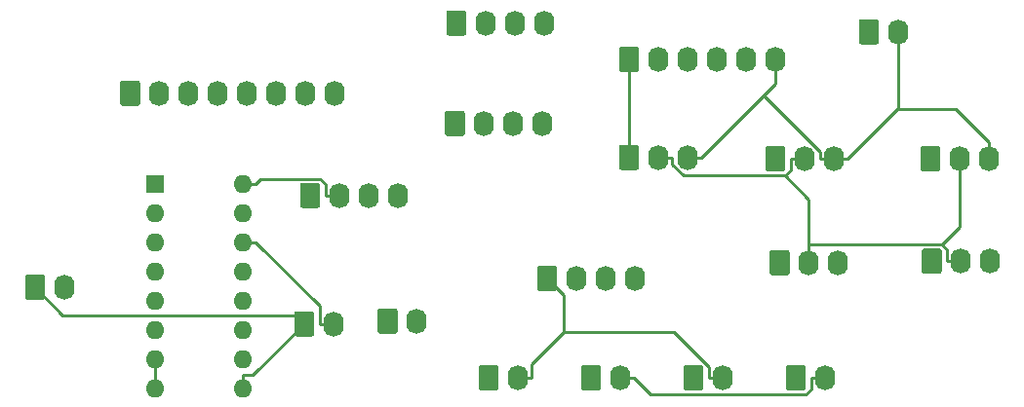
<source format=gbr>
G04 #@! TF.GenerationSoftware,KiCad,Pcbnew,(5.1.5-0-10_14)*
G04 #@! TF.CreationDate,2021-04-18T15:44:56+10:00*
G04 #@! TF.ProjectId,OH - Right Console - Output Distribution,4f48202d-2052-4696-9768-7420436f6e73,rev?*
G04 #@! TF.SameCoordinates,Original*
G04 #@! TF.FileFunction,Copper,L1,Top*
G04 #@! TF.FilePolarity,Positive*
%FSLAX46Y46*%
G04 Gerber Fmt 4.6, Leading zero omitted, Abs format (unit mm)*
G04 Created by KiCad (PCBNEW (5.1.5-0-10_14)) date 2021-04-18 15:44:56*
%MOMM*%
%LPD*%
G04 APERTURE LIST*
%ADD10O,1.740000X2.200000*%
%ADD11C,0.100000*%
%ADD12O,1.600000X1.600000*%
%ADD13R,1.600000X1.600000*%
%ADD14C,0.250000*%
G04 APERTURE END LIST*
D10*
X213360000Y-106553000D03*
X210820000Y-106553000D03*
X208280000Y-106553000D03*
G04 #@! TA.AperFunction,ComponentPad*
D11*
G36*
X206384505Y-105454204D02*
G01*
X206408773Y-105457804D01*
X206432572Y-105463765D01*
X206455671Y-105472030D01*
X206477850Y-105482520D01*
X206498893Y-105495132D01*
X206518599Y-105509747D01*
X206536777Y-105526223D01*
X206553253Y-105544401D01*
X206567868Y-105564107D01*
X206580480Y-105585150D01*
X206590970Y-105607329D01*
X206599235Y-105630428D01*
X206605196Y-105654227D01*
X206608796Y-105678495D01*
X206610000Y-105702999D01*
X206610000Y-107403001D01*
X206608796Y-107427505D01*
X206605196Y-107451773D01*
X206599235Y-107475572D01*
X206590970Y-107498671D01*
X206580480Y-107520850D01*
X206567868Y-107541893D01*
X206553253Y-107561599D01*
X206536777Y-107579777D01*
X206518599Y-107596253D01*
X206498893Y-107610868D01*
X206477850Y-107623480D01*
X206455671Y-107633970D01*
X206432572Y-107642235D01*
X206408773Y-107648196D01*
X206384505Y-107651796D01*
X206360001Y-107653000D01*
X205119999Y-107653000D01*
X205095495Y-107651796D01*
X205071227Y-107648196D01*
X205047428Y-107642235D01*
X205024329Y-107633970D01*
X205002150Y-107623480D01*
X204981107Y-107610868D01*
X204961401Y-107596253D01*
X204943223Y-107579777D01*
X204926747Y-107561599D01*
X204912132Y-107541893D01*
X204899520Y-107520850D01*
X204889030Y-107498671D01*
X204880765Y-107475572D01*
X204874804Y-107451773D01*
X204871204Y-107427505D01*
X204870000Y-107403001D01*
X204870000Y-105702999D01*
X204871204Y-105678495D01*
X204874804Y-105654227D01*
X204880765Y-105630428D01*
X204889030Y-105607329D01*
X204899520Y-105585150D01*
X204912132Y-105564107D01*
X204926747Y-105544401D01*
X204943223Y-105526223D01*
X204961401Y-105509747D01*
X204981107Y-105495132D01*
X205002150Y-105482520D01*
X205024329Y-105472030D01*
X205047428Y-105463765D01*
X205071227Y-105457804D01*
X205095495Y-105454204D01*
X205119999Y-105453000D01*
X206360001Y-105453000D01*
X206384505Y-105454204D01*
G37*
G04 #@! TD.AperFunction*
D10*
X212090000Y-115189000D03*
G04 #@! TA.AperFunction,ComponentPad*
D11*
G36*
X210194505Y-114090204D02*
G01*
X210218773Y-114093804D01*
X210242572Y-114099765D01*
X210265671Y-114108030D01*
X210287850Y-114118520D01*
X210308893Y-114131132D01*
X210328599Y-114145747D01*
X210346777Y-114162223D01*
X210363253Y-114180401D01*
X210377868Y-114200107D01*
X210390480Y-114221150D01*
X210400970Y-114243329D01*
X210409235Y-114266428D01*
X210415196Y-114290227D01*
X210418796Y-114314495D01*
X210420000Y-114338999D01*
X210420000Y-116039001D01*
X210418796Y-116063505D01*
X210415196Y-116087773D01*
X210409235Y-116111572D01*
X210400970Y-116134671D01*
X210390480Y-116156850D01*
X210377868Y-116177893D01*
X210363253Y-116197599D01*
X210346777Y-116215777D01*
X210328599Y-116232253D01*
X210308893Y-116246868D01*
X210287850Y-116259480D01*
X210265671Y-116269970D01*
X210242572Y-116278235D01*
X210218773Y-116284196D01*
X210194505Y-116287796D01*
X210170001Y-116289000D01*
X208929999Y-116289000D01*
X208905495Y-116287796D01*
X208881227Y-116284196D01*
X208857428Y-116278235D01*
X208834329Y-116269970D01*
X208812150Y-116259480D01*
X208791107Y-116246868D01*
X208771401Y-116232253D01*
X208753223Y-116215777D01*
X208736747Y-116197599D01*
X208722132Y-116177893D01*
X208709520Y-116156850D01*
X208699030Y-116134671D01*
X208690765Y-116111572D01*
X208684804Y-116087773D01*
X208681204Y-116063505D01*
X208680000Y-116039001D01*
X208680000Y-114338999D01*
X208681204Y-114314495D01*
X208684804Y-114290227D01*
X208690765Y-114266428D01*
X208699030Y-114243329D01*
X208709520Y-114221150D01*
X208722132Y-114200107D01*
X208736747Y-114180401D01*
X208753223Y-114162223D01*
X208771401Y-114145747D01*
X208791107Y-114131132D01*
X208812150Y-114118520D01*
X208834329Y-114108030D01*
X208857428Y-114099765D01*
X208881227Y-114093804D01*
X208905495Y-114090204D01*
X208929999Y-114089000D01*
X210170001Y-114089000D01*
X210194505Y-114090204D01*
G37*
G04 #@! TD.AperFunction*
D10*
X229870000Y-115189000D03*
G04 #@! TA.AperFunction,ComponentPad*
D11*
G36*
X227974505Y-114090204D02*
G01*
X227998773Y-114093804D01*
X228022572Y-114099765D01*
X228045671Y-114108030D01*
X228067850Y-114118520D01*
X228088893Y-114131132D01*
X228108599Y-114145747D01*
X228126777Y-114162223D01*
X228143253Y-114180401D01*
X228157868Y-114200107D01*
X228170480Y-114221150D01*
X228180970Y-114243329D01*
X228189235Y-114266428D01*
X228195196Y-114290227D01*
X228198796Y-114314495D01*
X228200000Y-114338999D01*
X228200000Y-116039001D01*
X228198796Y-116063505D01*
X228195196Y-116087773D01*
X228189235Y-116111572D01*
X228180970Y-116134671D01*
X228170480Y-116156850D01*
X228157868Y-116177893D01*
X228143253Y-116197599D01*
X228126777Y-116215777D01*
X228108599Y-116232253D01*
X228088893Y-116246868D01*
X228067850Y-116259480D01*
X228045671Y-116269970D01*
X228022572Y-116278235D01*
X227998773Y-116284196D01*
X227974505Y-116287796D01*
X227950001Y-116289000D01*
X226709999Y-116289000D01*
X226685495Y-116287796D01*
X226661227Y-116284196D01*
X226637428Y-116278235D01*
X226614329Y-116269970D01*
X226592150Y-116259480D01*
X226571107Y-116246868D01*
X226551401Y-116232253D01*
X226533223Y-116215777D01*
X226516747Y-116197599D01*
X226502132Y-116177893D01*
X226489520Y-116156850D01*
X226479030Y-116134671D01*
X226470765Y-116111572D01*
X226464804Y-116087773D01*
X226461204Y-116063505D01*
X226460000Y-116039001D01*
X226460000Y-114338999D01*
X226461204Y-114314495D01*
X226464804Y-114290227D01*
X226470765Y-114266428D01*
X226479030Y-114243329D01*
X226489520Y-114221150D01*
X226502132Y-114200107D01*
X226516747Y-114180401D01*
X226533223Y-114162223D01*
X226551401Y-114145747D01*
X226571107Y-114131132D01*
X226592150Y-114118520D01*
X226614329Y-114108030D01*
X226637428Y-114099765D01*
X226661227Y-114093804D01*
X226685495Y-114090204D01*
X226709999Y-114089000D01*
X227950001Y-114089000D01*
X227974505Y-114090204D01*
G37*
G04 #@! TD.AperFunction*
D10*
X203200000Y-115189000D03*
G04 #@! TA.AperFunction,ComponentPad*
D11*
G36*
X201304505Y-114090204D02*
G01*
X201328773Y-114093804D01*
X201352572Y-114099765D01*
X201375671Y-114108030D01*
X201397850Y-114118520D01*
X201418893Y-114131132D01*
X201438599Y-114145747D01*
X201456777Y-114162223D01*
X201473253Y-114180401D01*
X201487868Y-114200107D01*
X201500480Y-114221150D01*
X201510970Y-114243329D01*
X201519235Y-114266428D01*
X201525196Y-114290227D01*
X201528796Y-114314495D01*
X201530000Y-114338999D01*
X201530000Y-116039001D01*
X201528796Y-116063505D01*
X201525196Y-116087773D01*
X201519235Y-116111572D01*
X201510970Y-116134671D01*
X201500480Y-116156850D01*
X201487868Y-116177893D01*
X201473253Y-116197599D01*
X201456777Y-116215777D01*
X201438599Y-116232253D01*
X201418893Y-116246868D01*
X201397850Y-116259480D01*
X201375671Y-116269970D01*
X201352572Y-116278235D01*
X201328773Y-116284196D01*
X201304505Y-116287796D01*
X201280001Y-116289000D01*
X200039999Y-116289000D01*
X200015495Y-116287796D01*
X199991227Y-116284196D01*
X199967428Y-116278235D01*
X199944329Y-116269970D01*
X199922150Y-116259480D01*
X199901107Y-116246868D01*
X199881401Y-116232253D01*
X199863223Y-116215777D01*
X199846747Y-116197599D01*
X199832132Y-116177893D01*
X199819520Y-116156850D01*
X199809030Y-116134671D01*
X199800765Y-116111572D01*
X199794804Y-116087773D01*
X199791204Y-116063505D01*
X199790000Y-116039001D01*
X199790000Y-114338999D01*
X199791204Y-114314495D01*
X199794804Y-114290227D01*
X199800765Y-114266428D01*
X199809030Y-114243329D01*
X199819520Y-114221150D01*
X199832132Y-114200107D01*
X199846747Y-114180401D01*
X199863223Y-114162223D01*
X199881401Y-114145747D01*
X199901107Y-114131132D01*
X199922150Y-114118520D01*
X199944329Y-114108030D01*
X199967428Y-114099765D01*
X199991227Y-114093804D01*
X200015495Y-114090204D01*
X200039999Y-114089000D01*
X201280001Y-114089000D01*
X201304505Y-114090204D01*
G37*
G04 #@! TD.AperFunction*
D10*
X220980000Y-115189000D03*
G04 #@! TA.AperFunction,ComponentPad*
D11*
G36*
X219084505Y-114090204D02*
G01*
X219108773Y-114093804D01*
X219132572Y-114099765D01*
X219155671Y-114108030D01*
X219177850Y-114118520D01*
X219198893Y-114131132D01*
X219218599Y-114145747D01*
X219236777Y-114162223D01*
X219253253Y-114180401D01*
X219267868Y-114200107D01*
X219280480Y-114221150D01*
X219290970Y-114243329D01*
X219299235Y-114266428D01*
X219305196Y-114290227D01*
X219308796Y-114314495D01*
X219310000Y-114338999D01*
X219310000Y-116039001D01*
X219308796Y-116063505D01*
X219305196Y-116087773D01*
X219299235Y-116111572D01*
X219290970Y-116134671D01*
X219280480Y-116156850D01*
X219267868Y-116177893D01*
X219253253Y-116197599D01*
X219236777Y-116215777D01*
X219218599Y-116232253D01*
X219198893Y-116246868D01*
X219177850Y-116259480D01*
X219155671Y-116269970D01*
X219132572Y-116278235D01*
X219108773Y-116284196D01*
X219084505Y-116287796D01*
X219060001Y-116289000D01*
X217819999Y-116289000D01*
X217795495Y-116287796D01*
X217771227Y-116284196D01*
X217747428Y-116278235D01*
X217724329Y-116269970D01*
X217702150Y-116259480D01*
X217681107Y-116246868D01*
X217661401Y-116232253D01*
X217643223Y-116215777D01*
X217626747Y-116197599D01*
X217612132Y-116177893D01*
X217599520Y-116156850D01*
X217589030Y-116134671D01*
X217580765Y-116111572D01*
X217574804Y-116087773D01*
X217571204Y-116063505D01*
X217570000Y-116039001D01*
X217570000Y-114338999D01*
X217571204Y-114314495D01*
X217574804Y-114290227D01*
X217580765Y-114266428D01*
X217589030Y-114243329D01*
X217599520Y-114221150D01*
X217612132Y-114200107D01*
X217626747Y-114180401D01*
X217643223Y-114162223D01*
X217661401Y-114145747D01*
X217681107Y-114131132D01*
X217702150Y-114118520D01*
X217724329Y-114108030D01*
X217747428Y-114099765D01*
X217771227Y-114093804D01*
X217795495Y-114090204D01*
X217819999Y-114089000D01*
X219060001Y-114089000D01*
X219084505Y-114090204D01*
G37*
G04 #@! TD.AperFunction*
D10*
X225552000Y-87503000D03*
X223012000Y-87503000D03*
X220472000Y-87503000D03*
X217932000Y-87503000D03*
X215392000Y-87503000D03*
G04 #@! TA.AperFunction,ComponentPad*
D11*
G36*
X213496505Y-86404204D02*
G01*
X213520773Y-86407804D01*
X213544572Y-86413765D01*
X213567671Y-86422030D01*
X213589850Y-86432520D01*
X213610893Y-86445132D01*
X213630599Y-86459747D01*
X213648777Y-86476223D01*
X213665253Y-86494401D01*
X213679868Y-86514107D01*
X213692480Y-86535150D01*
X213702970Y-86557329D01*
X213711235Y-86580428D01*
X213717196Y-86604227D01*
X213720796Y-86628495D01*
X213722000Y-86652999D01*
X213722000Y-88353001D01*
X213720796Y-88377505D01*
X213717196Y-88401773D01*
X213711235Y-88425572D01*
X213702970Y-88448671D01*
X213692480Y-88470850D01*
X213679868Y-88491893D01*
X213665253Y-88511599D01*
X213648777Y-88529777D01*
X213630599Y-88546253D01*
X213610893Y-88560868D01*
X213589850Y-88573480D01*
X213567671Y-88583970D01*
X213544572Y-88592235D01*
X213520773Y-88598196D01*
X213496505Y-88601796D01*
X213472001Y-88603000D01*
X212231999Y-88603000D01*
X212207495Y-88601796D01*
X212183227Y-88598196D01*
X212159428Y-88592235D01*
X212136329Y-88583970D01*
X212114150Y-88573480D01*
X212093107Y-88560868D01*
X212073401Y-88546253D01*
X212055223Y-88529777D01*
X212038747Y-88511599D01*
X212024132Y-88491893D01*
X212011520Y-88470850D01*
X212001030Y-88448671D01*
X211992765Y-88425572D01*
X211986804Y-88401773D01*
X211983204Y-88377505D01*
X211982000Y-88353001D01*
X211982000Y-86652999D01*
X211983204Y-86628495D01*
X211986804Y-86604227D01*
X211992765Y-86580428D01*
X212001030Y-86557329D01*
X212011520Y-86535150D01*
X212024132Y-86514107D01*
X212038747Y-86494401D01*
X212055223Y-86476223D01*
X212073401Y-86459747D01*
X212093107Y-86445132D01*
X212114150Y-86432520D01*
X212136329Y-86422030D01*
X212159428Y-86413765D01*
X212183227Y-86407804D01*
X212207495Y-86404204D01*
X212231999Y-86403000D01*
X213472001Y-86403000D01*
X213496505Y-86404204D01*
G37*
G04 #@! TD.AperFunction*
D10*
X236220000Y-85090000D03*
G04 #@! TA.AperFunction,ComponentPad*
D11*
G36*
X234324505Y-83991204D02*
G01*
X234348773Y-83994804D01*
X234372572Y-84000765D01*
X234395671Y-84009030D01*
X234417850Y-84019520D01*
X234438893Y-84032132D01*
X234458599Y-84046747D01*
X234476777Y-84063223D01*
X234493253Y-84081401D01*
X234507868Y-84101107D01*
X234520480Y-84122150D01*
X234530970Y-84144329D01*
X234539235Y-84167428D01*
X234545196Y-84191227D01*
X234548796Y-84215495D01*
X234550000Y-84239999D01*
X234550000Y-85940001D01*
X234548796Y-85964505D01*
X234545196Y-85988773D01*
X234539235Y-86012572D01*
X234530970Y-86035671D01*
X234520480Y-86057850D01*
X234507868Y-86078893D01*
X234493253Y-86098599D01*
X234476777Y-86116777D01*
X234458599Y-86133253D01*
X234438893Y-86147868D01*
X234417850Y-86160480D01*
X234395671Y-86170970D01*
X234372572Y-86179235D01*
X234348773Y-86185196D01*
X234324505Y-86188796D01*
X234300001Y-86190000D01*
X233059999Y-86190000D01*
X233035495Y-86188796D01*
X233011227Y-86185196D01*
X232987428Y-86179235D01*
X232964329Y-86170970D01*
X232942150Y-86160480D01*
X232921107Y-86147868D01*
X232901401Y-86133253D01*
X232883223Y-86116777D01*
X232866747Y-86098599D01*
X232852132Y-86078893D01*
X232839520Y-86057850D01*
X232829030Y-86035671D01*
X232820765Y-86012572D01*
X232814804Y-85988773D01*
X232811204Y-85964505D01*
X232810000Y-85940001D01*
X232810000Y-84239999D01*
X232811204Y-84215495D01*
X232814804Y-84191227D01*
X232820765Y-84167428D01*
X232829030Y-84144329D01*
X232839520Y-84122150D01*
X232852132Y-84101107D01*
X232866747Y-84081401D01*
X232883223Y-84063223D01*
X232901401Y-84046747D01*
X232921107Y-84032132D01*
X232942150Y-84019520D01*
X232964329Y-84009030D01*
X232987428Y-84000765D01*
X233011227Y-83994804D01*
X233035495Y-83991204D01*
X233059999Y-83990000D01*
X234300001Y-83990000D01*
X234324505Y-83991204D01*
G37*
G04 #@! TD.AperFunction*
D10*
X217932000Y-96012000D03*
X215392000Y-96012000D03*
G04 #@! TA.AperFunction,ComponentPad*
D11*
G36*
X213496505Y-94913204D02*
G01*
X213520773Y-94916804D01*
X213544572Y-94922765D01*
X213567671Y-94931030D01*
X213589850Y-94941520D01*
X213610893Y-94954132D01*
X213630599Y-94968747D01*
X213648777Y-94985223D01*
X213665253Y-95003401D01*
X213679868Y-95023107D01*
X213692480Y-95044150D01*
X213702970Y-95066329D01*
X213711235Y-95089428D01*
X213717196Y-95113227D01*
X213720796Y-95137495D01*
X213722000Y-95161999D01*
X213722000Y-96862001D01*
X213720796Y-96886505D01*
X213717196Y-96910773D01*
X213711235Y-96934572D01*
X213702970Y-96957671D01*
X213692480Y-96979850D01*
X213679868Y-97000893D01*
X213665253Y-97020599D01*
X213648777Y-97038777D01*
X213630599Y-97055253D01*
X213610893Y-97069868D01*
X213589850Y-97082480D01*
X213567671Y-97092970D01*
X213544572Y-97101235D01*
X213520773Y-97107196D01*
X213496505Y-97110796D01*
X213472001Y-97112000D01*
X212231999Y-97112000D01*
X212207495Y-97110796D01*
X212183227Y-97107196D01*
X212159428Y-97101235D01*
X212136329Y-97092970D01*
X212114150Y-97082480D01*
X212093107Y-97069868D01*
X212073401Y-97055253D01*
X212055223Y-97038777D01*
X212038747Y-97020599D01*
X212024132Y-97000893D01*
X212011520Y-96979850D01*
X212001030Y-96957671D01*
X211992765Y-96934572D01*
X211986804Y-96910773D01*
X211983204Y-96886505D01*
X211982000Y-96862001D01*
X211982000Y-95161999D01*
X211983204Y-95137495D01*
X211986804Y-95113227D01*
X211992765Y-95089428D01*
X212001030Y-95066329D01*
X212011520Y-95044150D01*
X212024132Y-95023107D01*
X212038747Y-95003401D01*
X212055223Y-94985223D01*
X212073401Y-94968747D01*
X212093107Y-94954132D01*
X212114150Y-94941520D01*
X212136329Y-94931030D01*
X212159428Y-94922765D01*
X212183227Y-94916804D01*
X212207495Y-94913204D01*
X212231999Y-94912000D01*
X213472001Y-94912000D01*
X213496505Y-94913204D01*
G37*
G04 #@! TD.AperFunction*
D10*
X205359000Y-93048700D03*
X202819000Y-93048700D03*
X200279000Y-93048700D03*
G04 #@! TA.AperFunction,ComponentPad*
D11*
G36*
X198383505Y-91949904D02*
G01*
X198407773Y-91953504D01*
X198431572Y-91959465D01*
X198454671Y-91967730D01*
X198476850Y-91978220D01*
X198497893Y-91990832D01*
X198517599Y-92005447D01*
X198535777Y-92021923D01*
X198552253Y-92040101D01*
X198566868Y-92059807D01*
X198579480Y-92080850D01*
X198589970Y-92103029D01*
X198598235Y-92126128D01*
X198604196Y-92149927D01*
X198607796Y-92174195D01*
X198609000Y-92198699D01*
X198609000Y-93898701D01*
X198607796Y-93923205D01*
X198604196Y-93947473D01*
X198598235Y-93971272D01*
X198589970Y-93994371D01*
X198579480Y-94016550D01*
X198566868Y-94037593D01*
X198552253Y-94057299D01*
X198535777Y-94075477D01*
X198517599Y-94091953D01*
X198497893Y-94106568D01*
X198476850Y-94119180D01*
X198454671Y-94129670D01*
X198431572Y-94137935D01*
X198407773Y-94143896D01*
X198383505Y-94147496D01*
X198359001Y-94148700D01*
X197118999Y-94148700D01*
X197094495Y-94147496D01*
X197070227Y-94143896D01*
X197046428Y-94137935D01*
X197023329Y-94129670D01*
X197001150Y-94119180D01*
X196980107Y-94106568D01*
X196960401Y-94091953D01*
X196942223Y-94075477D01*
X196925747Y-94057299D01*
X196911132Y-94037593D01*
X196898520Y-94016550D01*
X196888030Y-93994371D01*
X196879765Y-93971272D01*
X196873804Y-93947473D01*
X196870204Y-93923205D01*
X196869000Y-93898701D01*
X196869000Y-92198699D01*
X196870204Y-92174195D01*
X196873804Y-92149927D01*
X196879765Y-92126128D01*
X196888030Y-92103029D01*
X196898520Y-92080850D01*
X196911132Y-92059807D01*
X196925747Y-92040101D01*
X196942223Y-92021923D01*
X196960401Y-92005447D01*
X196980107Y-91990832D01*
X197001150Y-91978220D01*
X197023329Y-91967730D01*
X197046428Y-91959465D01*
X197070227Y-91953504D01*
X197094495Y-91949904D01*
X197118999Y-91948700D01*
X198359001Y-91948700D01*
X198383505Y-91949904D01*
G37*
G04 #@! TD.AperFunction*
D10*
X231013000Y-105156000D03*
X228473000Y-105156000D03*
G04 #@! TA.AperFunction,ComponentPad*
D11*
G36*
X226577505Y-104057204D02*
G01*
X226601773Y-104060804D01*
X226625572Y-104066765D01*
X226648671Y-104075030D01*
X226670850Y-104085520D01*
X226691893Y-104098132D01*
X226711599Y-104112747D01*
X226729777Y-104129223D01*
X226746253Y-104147401D01*
X226760868Y-104167107D01*
X226773480Y-104188150D01*
X226783970Y-104210329D01*
X226792235Y-104233428D01*
X226798196Y-104257227D01*
X226801796Y-104281495D01*
X226803000Y-104305999D01*
X226803000Y-106006001D01*
X226801796Y-106030505D01*
X226798196Y-106054773D01*
X226792235Y-106078572D01*
X226783970Y-106101671D01*
X226773480Y-106123850D01*
X226760868Y-106144893D01*
X226746253Y-106164599D01*
X226729777Y-106182777D01*
X226711599Y-106199253D01*
X226691893Y-106213868D01*
X226670850Y-106226480D01*
X226648671Y-106236970D01*
X226625572Y-106245235D01*
X226601773Y-106251196D01*
X226577505Y-106254796D01*
X226553001Y-106256000D01*
X225312999Y-106256000D01*
X225288495Y-106254796D01*
X225264227Y-106251196D01*
X225240428Y-106245235D01*
X225217329Y-106236970D01*
X225195150Y-106226480D01*
X225174107Y-106213868D01*
X225154401Y-106199253D01*
X225136223Y-106182777D01*
X225119747Y-106164599D01*
X225105132Y-106144893D01*
X225092520Y-106123850D01*
X225082030Y-106101671D01*
X225073765Y-106078572D01*
X225067804Y-106054773D01*
X225064204Y-106030505D01*
X225063000Y-106006001D01*
X225063000Y-104305999D01*
X225064204Y-104281495D01*
X225067804Y-104257227D01*
X225073765Y-104233428D01*
X225082030Y-104210329D01*
X225092520Y-104188150D01*
X225105132Y-104167107D01*
X225119747Y-104147401D01*
X225136223Y-104129223D01*
X225154401Y-104112747D01*
X225174107Y-104098132D01*
X225195150Y-104085520D01*
X225217329Y-104075030D01*
X225240428Y-104066765D01*
X225264227Y-104060804D01*
X225288495Y-104057204D01*
X225312999Y-104056000D01*
X226553001Y-104056000D01*
X226577505Y-104057204D01*
G37*
G04 #@! TD.AperFunction*
D10*
X244221000Y-105029000D03*
X241681000Y-105029000D03*
G04 #@! TA.AperFunction,ComponentPad*
D11*
G36*
X239785505Y-103930204D02*
G01*
X239809773Y-103933804D01*
X239833572Y-103939765D01*
X239856671Y-103948030D01*
X239878850Y-103958520D01*
X239899893Y-103971132D01*
X239919599Y-103985747D01*
X239937777Y-104002223D01*
X239954253Y-104020401D01*
X239968868Y-104040107D01*
X239981480Y-104061150D01*
X239991970Y-104083329D01*
X240000235Y-104106428D01*
X240006196Y-104130227D01*
X240009796Y-104154495D01*
X240011000Y-104178999D01*
X240011000Y-105879001D01*
X240009796Y-105903505D01*
X240006196Y-105927773D01*
X240000235Y-105951572D01*
X239991970Y-105974671D01*
X239981480Y-105996850D01*
X239968868Y-106017893D01*
X239954253Y-106037599D01*
X239937777Y-106055777D01*
X239919599Y-106072253D01*
X239899893Y-106086868D01*
X239878850Y-106099480D01*
X239856671Y-106109970D01*
X239833572Y-106118235D01*
X239809773Y-106124196D01*
X239785505Y-106127796D01*
X239761001Y-106129000D01*
X238520999Y-106129000D01*
X238496495Y-106127796D01*
X238472227Y-106124196D01*
X238448428Y-106118235D01*
X238425329Y-106109970D01*
X238403150Y-106099480D01*
X238382107Y-106086868D01*
X238362401Y-106072253D01*
X238344223Y-106055777D01*
X238327747Y-106037599D01*
X238313132Y-106017893D01*
X238300520Y-105996850D01*
X238290030Y-105974671D01*
X238281765Y-105951572D01*
X238275804Y-105927773D01*
X238272204Y-105903505D01*
X238271000Y-105879001D01*
X238271000Y-104178999D01*
X238272204Y-104154495D01*
X238275804Y-104130227D01*
X238281765Y-104106428D01*
X238290030Y-104083329D01*
X238300520Y-104061150D01*
X238313132Y-104040107D01*
X238327747Y-104020401D01*
X238344223Y-104002223D01*
X238362401Y-103985747D01*
X238382107Y-103971132D01*
X238403150Y-103958520D01*
X238425329Y-103948030D01*
X238448428Y-103939765D01*
X238472227Y-103933804D01*
X238496495Y-103930204D01*
X238520999Y-103929000D01*
X239761001Y-103929000D01*
X239785505Y-103930204D01*
G37*
G04 #@! TD.AperFunction*
D10*
X205486000Y-84328000D03*
X202946000Y-84328000D03*
X200406000Y-84328000D03*
G04 #@! TA.AperFunction,ComponentPad*
D11*
G36*
X198510505Y-83229204D02*
G01*
X198534773Y-83232804D01*
X198558572Y-83238765D01*
X198581671Y-83247030D01*
X198603850Y-83257520D01*
X198624893Y-83270132D01*
X198644599Y-83284747D01*
X198662777Y-83301223D01*
X198679253Y-83319401D01*
X198693868Y-83339107D01*
X198706480Y-83360150D01*
X198716970Y-83382329D01*
X198725235Y-83405428D01*
X198731196Y-83429227D01*
X198734796Y-83453495D01*
X198736000Y-83477999D01*
X198736000Y-85178001D01*
X198734796Y-85202505D01*
X198731196Y-85226773D01*
X198725235Y-85250572D01*
X198716970Y-85273671D01*
X198706480Y-85295850D01*
X198693868Y-85316893D01*
X198679253Y-85336599D01*
X198662777Y-85354777D01*
X198644599Y-85371253D01*
X198624893Y-85385868D01*
X198603850Y-85398480D01*
X198581671Y-85408970D01*
X198558572Y-85417235D01*
X198534773Y-85423196D01*
X198510505Y-85426796D01*
X198486001Y-85428000D01*
X197245999Y-85428000D01*
X197221495Y-85426796D01*
X197197227Y-85423196D01*
X197173428Y-85417235D01*
X197150329Y-85408970D01*
X197128150Y-85398480D01*
X197107107Y-85385868D01*
X197087401Y-85371253D01*
X197069223Y-85354777D01*
X197052747Y-85336599D01*
X197038132Y-85316893D01*
X197025520Y-85295850D01*
X197015030Y-85273671D01*
X197006765Y-85250572D01*
X197000804Y-85226773D01*
X196997204Y-85202505D01*
X196996000Y-85178001D01*
X196996000Y-83477999D01*
X196997204Y-83453495D01*
X197000804Y-83429227D01*
X197006765Y-83405428D01*
X197015030Y-83382329D01*
X197025520Y-83360150D01*
X197038132Y-83339107D01*
X197052747Y-83319401D01*
X197069223Y-83301223D01*
X197087401Y-83284747D01*
X197107107Y-83270132D01*
X197128150Y-83257520D01*
X197150329Y-83247030D01*
X197173428Y-83238765D01*
X197197227Y-83232804D01*
X197221495Y-83229204D01*
X197245999Y-83228000D01*
X198486001Y-83228000D01*
X198510505Y-83229204D01*
G37*
G04 #@! TD.AperFunction*
D12*
X179324000Y-98298000D03*
X171704000Y-116078000D03*
X179324000Y-100838000D03*
X171704000Y-113538000D03*
X179324000Y-103378000D03*
X171704000Y-110998000D03*
X179324000Y-105918000D03*
X171704000Y-108458000D03*
X179324000Y-108458000D03*
X171704000Y-105918000D03*
X179324000Y-110998000D03*
X171704000Y-103378000D03*
X179324000Y-113538000D03*
X171704000Y-100838000D03*
X179324000Y-116078000D03*
D13*
X171704000Y-98298000D03*
D10*
X244094000Y-96139000D03*
X241554000Y-96139000D03*
G04 #@! TA.AperFunction,ComponentPad*
D11*
G36*
X239658505Y-95040204D02*
G01*
X239682773Y-95043804D01*
X239706572Y-95049765D01*
X239729671Y-95058030D01*
X239751850Y-95068520D01*
X239772893Y-95081132D01*
X239792599Y-95095747D01*
X239810777Y-95112223D01*
X239827253Y-95130401D01*
X239841868Y-95150107D01*
X239854480Y-95171150D01*
X239864970Y-95193329D01*
X239873235Y-95216428D01*
X239879196Y-95240227D01*
X239882796Y-95264495D01*
X239884000Y-95288999D01*
X239884000Y-96989001D01*
X239882796Y-97013505D01*
X239879196Y-97037773D01*
X239873235Y-97061572D01*
X239864970Y-97084671D01*
X239854480Y-97106850D01*
X239841868Y-97127893D01*
X239827253Y-97147599D01*
X239810777Y-97165777D01*
X239792599Y-97182253D01*
X239772893Y-97196868D01*
X239751850Y-97209480D01*
X239729671Y-97219970D01*
X239706572Y-97228235D01*
X239682773Y-97234196D01*
X239658505Y-97237796D01*
X239634001Y-97239000D01*
X238393999Y-97239000D01*
X238369495Y-97237796D01*
X238345227Y-97234196D01*
X238321428Y-97228235D01*
X238298329Y-97219970D01*
X238276150Y-97209480D01*
X238255107Y-97196868D01*
X238235401Y-97182253D01*
X238217223Y-97165777D01*
X238200747Y-97147599D01*
X238186132Y-97127893D01*
X238173520Y-97106850D01*
X238163030Y-97084671D01*
X238154765Y-97061572D01*
X238148804Y-97037773D01*
X238145204Y-97013505D01*
X238144000Y-96989001D01*
X238144000Y-95288999D01*
X238145204Y-95264495D01*
X238148804Y-95240227D01*
X238154765Y-95216428D01*
X238163030Y-95193329D01*
X238173520Y-95171150D01*
X238186132Y-95150107D01*
X238200747Y-95130401D01*
X238217223Y-95112223D01*
X238235401Y-95095747D01*
X238255107Y-95081132D01*
X238276150Y-95068520D01*
X238298329Y-95058030D01*
X238321428Y-95049765D01*
X238345227Y-95043804D01*
X238369495Y-95040204D01*
X238393999Y-95039000D01*
X239634001Y-95039000D01*
X239658505Y-95040204D01*
G37*
G04 #@! TD.AperFunction*
D10*
X230632000Y-96139000D03*
X228092000Y-96139000D03*
G04 #@! TA.AperFunction,ComponentPad*
D11*
G36*
X226196505Y-95040204D02*
G01*
X226220773Y-95043804D01*
X226244572Y-95049765D01*
X226267671Y-95058030D01*
X226289850Y-95068520D01*
X226310893Y-95081132D01*
X226330599Y-95095747D01*
X226348777Y-95112223D01*
X226365253Y-95130401D01*
X226379868Y-95150107D01*
X226392480Y-95171150D01*
X226402970Y-95193329D01*
X226411235Y-95216428D01*
X226417196Y-95240227D01*
X226420796Y-95264495D01*
X226422000Y-95288999D01*
X226422000Y-96989001D01*
X226420796Y-97013505D01*
X226417196Y-97037773D01*
X226411235Y-97061572D01*
X226402970Y-97084671D01*
X226392480Y-97106850D01*
X226379868Y-97127893D01*
X226365253Y-97147599D01*
X226348777Y-97165777D01*
X226330599Y-97182253D01*
X226310893Y-97196868D01*
X226289850Y-97209480D01*
X226267671Y-97219970D01*
X226244572Y-97228235D01*
X226220773Y-97234196D01*
X226196505Y-97237796D01*
X226172001Y-97239000D01*
X224931999Y-97239000D01*
X224907495Y-97237796D01*
X224883227Y-97234196D01*
X224859428Y-97228235D01*
X224836329Y-97219970D01*
X224814150Y-97209480D01*
X224793107Y-97196868D01*
X224773401Y-97182253D01*
X224755223Y-97165777D01*
X224738747Y-97147599D01*
X224724132Y-97127893D01*
X224711520Y-97106850D01*
X224701030Y-97084671D01*
X224692765Y-97061572D01*
X224686804Y-97037773D01*
X224683204Y-97013505D01*
X224682000Y-96989001D01*
X224682000Y-95288999D01*
X224683204Y-95264495D01*
X224686804Y-95240227D01*
X224692765Y-95216428D01*
X224701030Y-95193329D01*
X224711520Y-95171150D01*
X224724132Y-95150107D01*
X224738747Y-95130401D01*
X224755223Y-95112223D01*
X224773401Y-95095747D01*
X224793107Y-95081132D01*
X224814150Y-95068520D01*
X224836329Y-95058030D01*
X224859428Y-95049765D01*
X224883227Y-95043804D01*
X224907495Y-95040204D01*
X224931999Y-95039000D01*
X226172001Y-95039000D01*
X226196505Y-95040204D01*
G37*
G04 #@! TD.AperFunction*
D10*
X194437000Y-110236000D03*
G04 #@! TA.AperFunction,ComponentPad*
D11*
G36*
X192541505Y-109137204D02*
G01*
X192565773Y-109140804D01*
X192589572Y-109146765D01*
X192612671Y-109155030D01*
X192634850Y-109165520D01*
X192655893Y-109178132D01*
X192675599Y-109192747D01*
X192693777Y-109209223D01*
X192710253Y-109227401D01*
X192724868Y-109247107D01*
X192737480Y-109268150D01*
X192747970Y-109290329D01*
X192756235Y-109313428D01*
X192762196Y-109337227D01*
X192765796Y-109361495D01*
X192767000Y-109385999D01*
X192767000Y-111086001D01*
X192765796Y-111110505D01*
X192762196Y-111134773D01*
X192756235Y-111158572D01*
X192747970Y-111181671D01*
X192737480Y-111203850D01*
X192724868Y-111224893D01*
X192710253Y-111244599D01*
X192693777Y-111262777D01*
X192675599Y-111279253D01*
X192655893Y-111293868D01*
X192634850Y-111306480D01*
X192612671Y-111316970D01*
X192589572Y-111325235D01*
X192565773Y-111331196D01*
X192541505Y-111334796D01*
X192517001Y-111336000D01*
X191276999Y-111336000D01*
X191252495Y-111334796D01*
X191228227Y-111331196D01*
X191204428Y-111325235D01*
X191181329Y-111316970D01*
X191159150Y-111306480D01*
X191138107Y-111293868D01*
X191118401Y-111279253D01*
X191100223Y-111262777D01*
X191083747Y-111244599D01*
X191069132Y-111224893D01*
X191056520Y-111203850D01*
X191046030Y-111181671D01*
X191037765Y-111158572D01*
X191031804Y-111134773D01*
X191028204Y-111110505D01*
X191027000Y-111086001D01*
X191027000Y-109385999D01*
X191028204Y-109361495D01*
X191031804Y-109337227D01*
X191037765Y-109313428D01*
X191046030Y-109290329D01*
X191056520Y-109268150D01*
X191069132Y-109247107D01*
X191083747Y-109227401D01*
X191100223Y-109209223D01*
X191118401Y-109192747D01*
X191138107Y-109178132D01*
X191159150Y-109165520D01*
X191181329Y-109155030D01*
X191204428Y-109146765D01*
X191228227Y-109140804D01*
X191252495Y-109137204D01*
X191276999Y-109136000D01*
X192517001Y-109136000D01*
X192541505Y-109137204D01*
G37*
G04 #@! TD.AperFunction*
D10*
X187198000Y-110490000D03*
G04 #@! TA.AperFunction,ComponentPad*
D11*
G36*
X185302505Y-109391204D02*
G01*
X185326773Y-109394804D01*
X185350572Y-109400765D01*
X185373671Y-109409030D01*
X185395850Y-109419520D01*
X185416893Y-109432132D01*
X185436599Y-109446747D01*
X185454777Y-109463223D01*
X185471253Y-109481401D01*
X185485868Y-109501107D01*
X185498480Y-109522150D01*
X185508970Y-109544329D01*
X185517235Y-109567428D01*
X185523196Y-109591227D01*
X185526796Y-109615495D01*
X185528000Y-109639999D01*
X185528000Y-111340001D01*
X185526796Y-111364505D01*
X185523196Y-111388773D01*
X185517235Y-111412572D01*
X185508970Y-111435671D01*
X185498480Y-111457850D01*
X185485868Y-111478893D01*
X185471253Y-111498599D01*
X185454777Y-111516777D01*
X185436599Y-111533253D01*
X185416893Y-111547868D01*
X185395850Y-111560480D01*
X185373671Y-111570970D01*
X185350572Y-111579235D01*
X185326773Y-111585196D01*
X185302505Y-111588796D01*
X185278001Y-111590000D01*
X184037999Y-111590000D01*
X184013495Y-111588796D01*
X183989227Y-111585196D01*
X183965428Y-111579235D01*
X183942329Y-111570970D01*
X183920150Y-111560480D01*
X183899107Y-111547868D01*
X183879401Y-111533253D01*
X183861223Y-111516777D01*
X183844747Y-111498599D01*
X183830132Y-111478893D01*
X183817520Y-111457850D01*
X183807030Y-111435671D01*
X183798765Y-111412572D01*
X183792804Y-111388773D01*
X183789204Y-111364505D01*
X183788000Y-111340001D01*
X183788000Y-109639999D01*
X183789204Y-109615495D01*
X183792804Y-109591227D01*
X183798765Y-109567428D01*
X183807030Y-109544329D01*
X183817520Y-109522150D01*
X183830132Y-109501107D01*
X183844747Y-109481401D01*
X183861223Y-109463223D01*
X183879401Y-109446747D01*
X183899107Y-109432132D01*
X183920150Y-109419520D01*
X183942329Y-109409030D01*
X183965428Y-109400765D01*
X183989227Y-109394804D01*
X184013495Y-109391204D01*
X184037999Y-109390000D01*
X185278001Y-109390000D01*
X185302505Y-109391204D01*
G37*
G04 #@! TD.AperFunction*
D10*
X192786000Y-99314000D03*
X190246000Y-99314000D03*
X187706000Y-99314000D03*
G04 #@! TA.AperFunction,ComponentPad*
D11*
G36*
X185810505Y-98215204D02*
G01*
X185834773Y-98218804D01*
X185858572Y-98224765D01*
X185881671Y-98233030D01*
X185903850Y-98243520D01*
X185924893Y-98256132D01*
X185944599Y-98270747D01*
X185962777Y-98287223D01*
X185979253Y-98305401D01*
X185993868Y-98325107D01*
X186006480Y-98346150D01*
X186016970Y-98368329D01*
X186025235Y-98391428D01*
X186031196Y-98415227D01*
X186034796Y-98439495D01*
X186036000Y-98463999D01*
X186036000Y-100164001D01*
X186034796Y-100188505D01*
X186031196Y-100212773D01*
X186025235Y-100236572D01*
X186016970Y-100259671D01*
X186006480Y-100281850D01*
X185993868Y-100302893D01*
X185979253Y-100322599D01*
X185962777Y-100340777D01*
X185944599Y-100357253D01*
X185924893Y-100371868D01*
X185903850Y-100384480D01*
X185881671Y-100394970D01*
X185858572Y-100403235D01*
X185834773Y-100409196D01*
X185810505Y-100412796D01*
X185786001Y-100414000D01*
X184545999Y-100414000D01*
X184521495Y-100412796D01*
X184497227Y-100409196D01*
X184473428Y-100403235D01*
X184450329Y-100394970D01*
X184428150Y-100384480D01*
X184407107Y-100371868D01*
X184387401Y-100357253D01*
X184369223Y-100340777D01*
X184352747Y-100322599D01*
X184338132Y-100302893D01*
X184325520Y-100281850D01*
X184315030Y-100259671D01*
X184306765Y-100236572D01*
X184300804Y-100212773D01*
X184297204Y-100188505D01*
X184296000Y-100164001D01*
X184296000Y-98463999D01*
X184297204Y-98439495D01*
X184300804Y-98415227D01*
X184306765Y-98391428D01*
X184315030Y-98368329D01*
X184325520Y-98346150D01*
X184338132Y-98325107D01*
X184352747Y-98305401D01*
X184369223Y-98287223D01*
X184387401Y-98270747D01*
X184407107Y-98256132D01*
X184428150Y-98243520D01*
X184450329Y-98233030D01*
X184473428Y-98224765D01*
X184497227Y-98218804D01*
X184521495Y-98215204D01*
X184545999Y-98214000D01*
X185786001Y-98214000D01*
X185810505Y-98215204D01*
G37*
G04 #@! TD.AperFunction*
D10*
X163830000Y-107315000D03*
G04 #@! TA.AperFunction,ComponentPad*
D11*
G36*
X161934505Y-106216204D02*
G01*
X161958773Y-106219804D01*
X161982572Y-106225765D01*
X162005671Y-106234030D01*
X162027850Y-106244520D01*
X162048893Y-106257132D01*
X162068599Y-106271747D01*
X162086777Y-106288223D01*
X162103253Y-106306401D01*
X162117868Y-106326107D01*
X162130480Y-106347150D01*
X162140970Y-106369329D01*
X162149235Y-106392428D01*
X162155196Y-106416227D01*
X162158796Y-106440495D01*
X162160000Y-106464999D01*
X162160000Y-108165001D01*
X162158796Y-108189505D01*
X162155196Y-108213773D01*
X162149235Y-108237572D01*
X162140970Y-108260671D01*
X162130480Y-108282850D01*
X162117868Y-108303893D01*
X162103253Y-108323599D01*
X162086777Y-108341777D01*
X162068599Y-108358253D01*
X162048893Y-108372868D01*
X162027850Y-108385480D01*
X162005671Y-108395970D01*
X161982572Y-108404235D01*
X161958773Y-108410196D01*
X161934505Y-108413796D01*
X161910001Y-108415000D01*
X160669999Y-108415000D01*
X160645495Y-108413796D01*
X160621227Y-108410196D01*
X160597428Y-108404235D01*
X160574329Y-108395970D01*
X160552150Y-108385480D01*
X160531107Y-108372868D01*
X160511401Y-108358253D01*
X160493223Y-108341777D01*
X160476747Y-108323599D01*
X160462132Y-108303893D01*
X160449520Y-108282850D01*
X160439030Y-108260671D01*
X160430765Y-108237572D01*
X160424804Y-108213773D01*
X160421204Y-108189505D01*
X160420000Y-108165001D01*
X160420000Y-106464999D01*
X160421204Y-106440495D01*
X160424804Y-106416227D01*
X160430765Y-106392428D01*
X160439030Y-106369329D01*
X160449520Y-106347150D01*
X160462132Y-106326107D01*
X160476747Y-106306401D01*
X160493223Y-106288223D01*
X160511401Y-106271747D01*
X160531107Y-106257132D01*
X160552150Y-106244520D01*
X160574329Y-106234030D01*
X160597428Y-106225765D01*
X160621227Y-106219804D01*
X160645495Y-106216204D01*
X160669999Y-106215000D01*
X161910001Y-106215000D01*
X161934505Y-106216204D01*
G37*
G04 #@! TD.AperFunction*
D10*
X187325000Y-90424000D03*
X184785000Y-90424000D03*
X182245000Y-90424000D03*
X179705000Y-90424000D03*
X177165000Y-90424000D03*
X174625000Y-90424000D03*
X172085000Y-90424000D03*
G04 #@! TA.AperFunction,ComponentPad*
D11*
G36*
X170189505Y-89325204D02*
G01*
X170213773Y-89328804D01*
X170237572Y-89334765D01*
X170260671Y-89343030D01*
X170282850Y-89353520D01*
X170303893Y-89366132D01*
X170323599Y-89380747D01*
X170341777Y-89397223D01*
X170358253Y-89415401D01*
X170372868Y-89435107D01*
X170385480Y-89456150D01*
X170395970Y-89478329D01*
X170404235Y-89501428D01*
X170410196Y-89525227D01*
X170413796Y-89549495D01*
X170415000Y-89573999D01*
X170415000Y-91274001D01*
X170413796Y-91298505D01*
X170410196Y-91322773D01*
X170404235Y-91346572D01*
X170395970Y-91369671D01*
X170385480Y-91391850D01*
X170372868Y-91412893D01*
X170358253Y-91432599D01*
X170341777Y-91450777D01*
X170323599Y-91467253D01*
X170303893Y-91481868D01*
X170282850Y-91494480D01*
X170260671Y-91504970D01*
X170237572Y-91513235D01*
X170213773Y-91519196D01*
X170189505Y-91522796D01*
X170165001Y-91524000D01*
X168924999Y-91524000D01*
X168900495Y-91522796D01*
X168876227Y-91519196D01*
X168852428Y-91513235D01*
X168829329Y-91504970D01*
X168807150Y-91494480D01*
X168786107Y-91481868D01*
X168766401Y-91467253D01*
X168748223Y-91450777D01*
X168731747Y-91432599D01*
X168717132Y-91412893D01*
X168704520Y-91391850D01*
X168694030Y-91369671D01*
X168685765Y-91346572D01*
X168679804Y-91322773D01*
X168676204Y-91298505D01*
X168675000Y-91274001D01*
X168675000Y-89573999D01*
X168676204Y-89549495D01*
X168679804Y-89525227D01*
X168685765Y-89501428D01*
X168694030Y-89478329D01*
X168704520Y-89456150D01*
X168717132Y-89435107D01*
X168731747Y-89415401D01*
X168748223Y-89397223D01*
X168766401Y-89380747D01*
X168786107Y-89366132D01*
X168807150Y-89353520D01*
X168829329Y-89343030D01*
X168852428Y-89334765D01*
X168876227Y-89328804D01*
X168900495Y-89325204D01*
X168924999Y-89324000D01*
X170165001Y-89324000D01*
X170189505Y-89325204D01*
G37*
G04 #@! TD.AperFunction*
D14*
X171704000Y-113538000D02*
X171704000Y-116078000D01*
X179324000Y-116078000D02*
X179324000Y-114952700D01*
X179324000Y-114952700D02*
X180195300Y-114952700D01*
X180195300Y-114952700D02*
X184658000Y-110490000D01*
X161290000Y-107315000D02*
X163703000Y-109728000D01*
X163703000Y-109728000D02*
X183896000Y-109728000D01*
X183896000Y-109728000D02*
X184658000Y-110490000D01*
X187706000Y-99314000D02*
X186510700Y-99314000D01*
X179324000Y-98298000D02*
X180449300Y-98298000D01*
X180449300Y-98298000D02*
X180860800Y-97886500D01*
X180860800Y-97886500D02*
X186054400Y-97886500D01*
X186054400Y-97886500D02*
X186510700Y-98342800D01*
X186510700Y-98342800D02*
X186510700Y-99314000D01*
X187198000Y-110490000D02*
X186002700Y-110490000D01*
X179324000Y-103378000D02*
X180449300Y-103378000D01*
X180449300Y-103378000D02*
X186002700Y-108931400D01*
X186002700Y-108931400D02*
X186002700Y-110490000D01*
X224518500Y-90620800D02*
X219127300Y-96012000D01*
X225552000Y-87503000D02*
X225552000Y-89587300D01*
X225552000Y-89587300D02*
X224518500Y-90620800D01*
X224518500Y-90620800D02*
X229436700Y-95539000D01*
X229436700Y-95539000D02*
X229436700Y-96139000D01*
X230632000Y-96139000D02*
X229436700Y-96139000D01*
X236220000Y-91848100D02*
X236118200Y-91848100D01*
X236118200Y-91848100D02*
X231827300Y-96139000D01*
X244094000Y-94713700D02*
X241228400Y-91848100D01*
X241228400Y-91848100D02*
X236220000Y-91848100D01*
X236220000Y-91848100D02*
X236220000Y-85090000D01*
X230632000Y-96139000D02*
X231827300Y-96139000D01*
X244094000Y-96139000D02*
X244094000Y-94713700D01*
X217932000Y-96012000D02*
X219127300Y-96012000D01*
X240019800Y-103591900D02*
X241554000Y-102057700D01*
X241554000Y-102057700D02*
X241554000Y-96139000D01*
X240019800Y-103591900D02*
X240485700Y-104057800D01*
X240485700Y-104057800D02*
X240485700Y-105029000D01*
X228473000Y-103591900D02*
X240019800Y-103591900D01*
X228473000Y-103591900D02*
X228473000Y-105156000D01*
X226398200Y-97608700D02*
X228473000Y-99683500D01*
X228473000Y-99683500D02*
X228473000Y-103591900D01*
X241681000Y-105029000D02*
X240485700Y-105029000D01*
X226398200Y-97608700D02*
X217586300Y-97608700D01*
X217586300Y-97608700D02*
X216587300Y-96609700D01*
X216587300Y-96609700D02*
X216587300Y-96012000D01*
X226896700Y-96139000D02*
X226896700Y-97110200D01*
X226896700Y-97110200D02*
X226398200Y-97608700D01*
X215392000Y-96012000D02*
X216587300Y-96012000D01*
X228092000Y-96139000D02*
X226896700Y-96139000D01*
X212852000Y-96012000D02*
X212852000Y-87503000D01*
X203200000Y-115189000D02*
X204395300Y-115189000D01*
X207165400Y-111223600D02*
X207165400Y-107978400D01*
X207165400Y-107978400D02*
X205740000Y-106553000D01*
X204395300Y-115189000D02*
X204395300Y-113993700D01*
X204395300Y-113993700D02*
X207165400Y-111223600D01*
X219784700Y-115189000D02*
X219784700Y-114217800D01*
X219784700Y-114217800D02*
X216790500Y-111223600D01*
X216790500Y-111223600D02*
X207165400Y-111223600D01*
X220980000Y-115189000D02*
X219784700Y-115189000D01*
X212090000Y-115189000D02*
X213285300Y-115189000D01*
X229870000Y-115189000D02*
X228674700Y-115189000D01*
X228674700Y-115189000D02*
X228674700Y-116160200D01*
X228674700Y-116160200D02*
X228191800Y-116643100D01*
X228191800Y-116643100D02*
X214739400Y-116643100D01*
X214739400Y-116643100D02*
X213285300Y-115189000D01*
M02*

</source>
